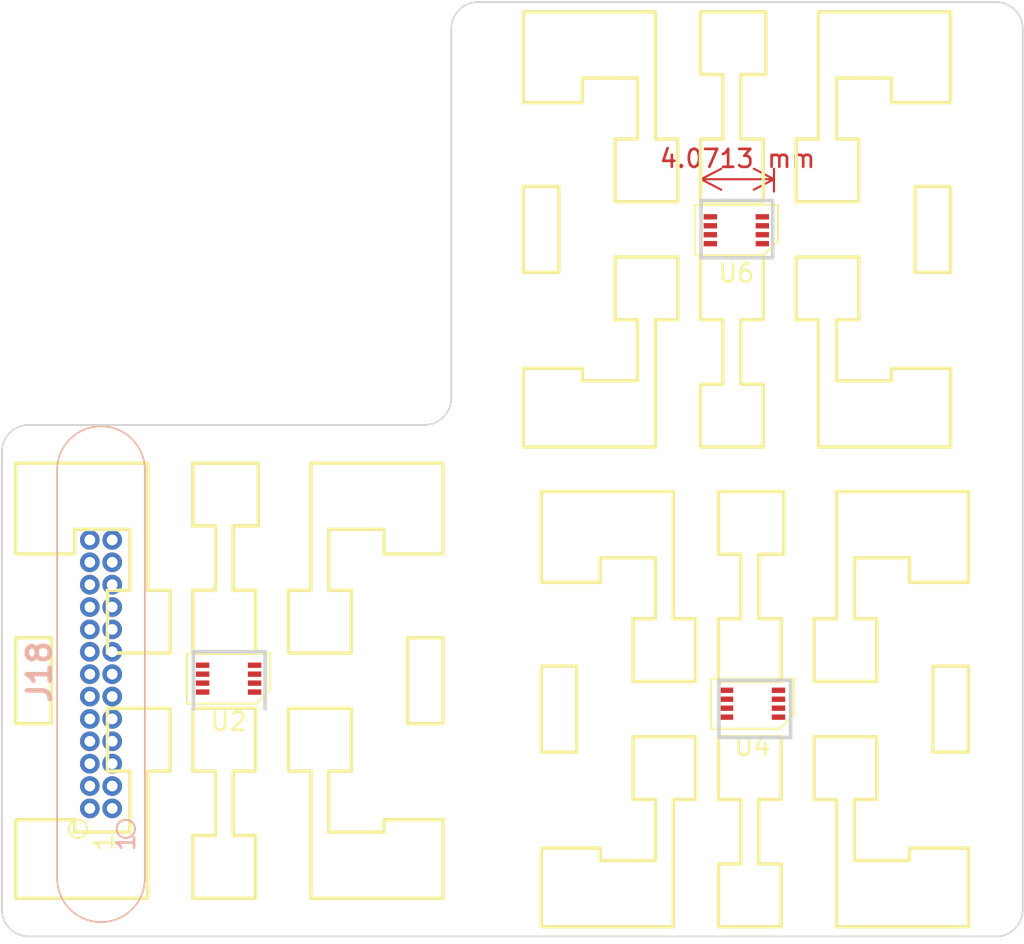
<source format=kicad_pcb>
(kicad_pcb (version 20211014) (generator pcbnew)
  (layers (0 "F.Cu" signal) (31 "B.Cu" signal) (34 "B.Paste" user) (35 "F.Paste" user) (36 "B.SilkS" user "B.Silkscreen") (37 "F.SilkS" user "F.Silkscreen") (38 "B.Mask" user) (39 "F.Mask" user) (44 "Edge.Cuts" user))
  (net 0 "")
  (net 1 "GND")
  (net 2 "1")
  (net 3 "2")
  (net 4 "3")
  (net 5 "4")
  (net 6 "5")
  (net 7 "6")
  (net 8 "7")
  (net 9 "8")
  (net 10 "9")
  (net 11 "10")
  (net 12 "11")
  (net 13 "12")
  (net 14 "13")
  (net 15 "14")
  (net 16 "15")
  (net 17 "16")
  (net 18 "17")
  (net 19 "18")
  (net 20 "SDA")
  (net 21 "SCL")
  (net 23 "VCC")
  (footprint "HABFootprint:MCP9804" (layer "F.Cu") (at 106.5 68.35 90)
    (fp_text reference "U4" (at -2.4 0) (layer "F.SilkS"))
    (fp_text value "MCP9804")
    (fp_line (start -1.4 -2.325) (end 1.4 -2.325) (layer "F.SilkS") (width 0.12))
    (fp_line (start -1.4 1.525) (end -1.4 -2.325) (layer "F.SilkS") (width 0.12))
    (fp_line (start 1.4 2.325) (end -0.6 2.325) (layer "F.SilkS") (width 0.12))
    (fp_line (start 1.4 -2.325) (end 1.4 2.325) (layer "F.SilkS") (width 0.12))
    (fp_line (start -0.6 2.325) (end -1.4 1.525) (layer "F.SilkS") (width 0.12))
    (pad "1" smd rect (at -0.75 1.45 90) (size 0.3 0.75) (layers "F.Cu" "F.Paste" "F.Mask") (net 20 "SDA"))
    (pad "2" smd rect (at -0.25 1.45 90) (size 0.3 0.75) (layers "F.Cu" "F.Paste" "F.Mask") (net 21 "SCL"))
    (pad "3" smd rect (at 0.25 1.45 90) (size 0.3 0.75) (layers "F.Cu" "F.Paste" "F.Mask"))
    (pad "4" smd rect (at 0.75 1.45 90) (size 0.3 0.75) (layers "F.Cu" "F.Paste" "F.Mask") (net 1 "GND"))
    (pad "5" smd rect (at 0.75 -1.45 90) (size 0.3 0.75) (layers "F.Cu" "F.Paste" "F.Mask") (net 1 "GND"))
    (pad "6" smd rect (at 0.25 -1.45 90) (size 0.3 0.75) (layers "F.Cu" "F.Paste" "F.Mask") (net 23 "VCC"))
    (pad "7" smd rect (at -0.25 -1.45 90) (size 0.3 0.75) (layers "F.Cu" "F.Paste" "F.Mask") (net 1 "GND"))
    (pad "8" smd rect (at -0.75 -1.45 90) (size 0.3 0.75) (layers "F.Cu" "F.Paste" "F.Mask") (net 23 "VCC"))
  )
  (footprint "HABFootprint:BOTTOM-G125-MV12605M1R" (layer "F.Cu") (at 70.75 74.2 90)
    (fp_text reference "J18" (at 7.62 -4.064 90) (layer "B.SilkS") (effects (font (size 1.27 1.27) (thickness 0.254))))
    (fp_text value "G125-MV12605M1R" hide)
    (fp_text user "1" (at -1.905 0.762 90 unlocked) (layer "B.SilkS"))
    (fp_text user "1" (at -1.905 -0.45 90 unlocked) (layer "F.SilkS"))
    (fp_line (start 18.9 1.825) (end -3.9 1.825) (layer "B.SilkS") (width 0.1))
    (fp_line (start -3.9 -3.075) (end 18.9 -3.075) (layer "B.SilkS") (width 0.1))
    (fp_arc (start 18.9 -3.075) (mid 21.35 -0.625) (end 18.9 1.825) (layer "B.SilkS") (width 0.1))
    (fp_arc (start -3.9 1.825) (mid -6.35 -0.625) (end -3.9 -3.075) (layer "B.SilkS") (width 0.1))
    (fp_circle (center -1.143 0.762) (end -0.635 0.762) (layer "B.SilkS") (width 0.12) (fill none))
    (fp_circle (center -1.143 -1.905) (end -0.635 -1.905) (layer "F.SilkS") (width 0.12) (fill none))
    (pad "1" thru_hole circle (at 0 -1.25 90) (size 1.1 1.1) (drill 0.6) (layers *.Cu *.Mask) (net 2 "1"))
    (pad "2" thru_hole circle (at 1.25 -1.25 90) (size 1.1 1.1) (drill 0.6) (layers *.Cu *.Mask) (net 3 "2"))
    (pad "3" thru_hole circle (at 2.5 -1.25 90) (size 1.1 1.1) (drill 0.6) (layers *.Cu *.Mask) (net 4 "3"))
    (pad "4" thru_hole circle (at 3.75 -1.25 90) (size 1.1 1.1) (drill 0.6) (layers *.Cu *.Mask) (net 5 "4"))
    (pad "5" thru_hole circle (at 5 -1.25 90) (size 1.1 1.1) (drill 0.6) (layers *.Cu *.Mask) (net 6 "5"))
    (pad "6" thru_hole circle (at 6.25 -1.25 90) (size 1.1 1.1) (drill 0.6) (layers *.Cu *.Mask) (net 7 "6"))
    (pad "7" thru_hole circle (at 7.5 -1.25 90) (size 1.1 1.1) (drill 0.6) (layers *.Cu *.Mask) (net 8 "7"))
    (pad "8" thru_hole circle (at 8.75 -1.25 90) (size 1.1 1.1) (drill 0.6) (layers *.Cu *.Mask) (net 9 "8"))
    (pad "9" thru_hole circle (at 10 -1.25 90) (size 1.1 1.1) (drill 0.6) (layers *.Cu *.Mask) (net 10 "9"))
    (pad "10" thru_hole circle (at 11.25 -1.25 90) (size 1.1 1.1) (drill 0.6) (layers *.Cu *.Mask) (net 11 "10"))
    (pad "11" thru_hole circle (at 12.5 -1.25 90) (size 1.1 1.1) (drill 0.6) (layers *.Cu *.Mask) (net 12 "11"))
    (pad "12" thru_hole circle (at 13.75 -1.25 90) (size 1.1 1.1) (drill 0.6) (layers *.Cu *.Mask) (net 13 "12"))
    (pad "13" thru_hole circle (at 15 -1.25 90) (size 1.1 1.1) (drill 0.6) (layers *.Cu *.Mask) (net 14 "13"))
    (pad "14" thru_hole circle (at 0 0 90) (size 1.1 1.1) (drill 0.6) (layers *.Cu *.Mask) (net 15 "14"))
    (pad "15" thru_hole circle (at 1.25 0 90) (size 1.1 1.1) (drill 0.6) (layers *.Cu *.Mask) (net 16 "15"))
    (pad "16" thru_hole circle (at 2.5 0 90) (size 1.1 1.1) (drill 0.6) (layers *.Cu *.Mask) (net 17 "16"))
    (pad "17" thru_hole circle (at 3.75 0 90) (size 1.1 1.1) (drill 0.6) (layers *.Cu *.Mask) (net 18 "17"))
    (pad "18" thru_hole circle (at 5 0 90) (size 1.1 1.1) (drill 0.6) (layers *.Cu *.Mask) (net 19 "18"))
    (pad "19" thru_hole circle (at 6.25 0 90) (size 1.1 1.1) (drill 0.6) (layers *.Cu *.Mask))
    (pad "20" thru_hole circle (at 7.5 0 90) (size 1.1 1.1) (drill 0.6) (layers *.Cu *.Mask))
    (pad "21" thru_hole circle (at 8.75 0 90) (size 1.1 1.1) (drill 0.6) (layers *.Cu *.Mask))
    (pad "22" thru_hole circle (at 10 0 90) (size 1.1 1.1) (drill 0.6) (layers *.Cu *.Mask))
    (pad "23" thru_hole circle (at 11.25 0 90) (size 1.1 1.1) (drill 0.6) (layers *.Cu *.Mask) (net 20 "SDA"))
    (pad "24" thru_hole circle (at 12.5 0 90) (size 1.1 1.1) (drill 0.6) (layers *.Cu *.Mask) (net 21 "SCL"))
    (pad "25" thru_hole circle (at 13.75 0 90) (size 1.1 1.1) (drill 0.6) (layers *.Cu *.Mask) (net 23 "VCC"))
    (pad "26" thru_hole circle (at 15 0 90) (size 1.1 1.1) (drill 0.6) (layers *.Cu *.Mask) (net 1 "GND"))
  )
  (footprint "HABFootprint:MCP9804" (layer "F.Cu") (at 105.6 41.9 90)
    (fp_text reference "U6" (at -2.4 0) (layer "F.SilkS"))
    (fp_text value "MCP9804")
    (fp_line (start 1.4 2.325) (end -0.6 2.325) (layer "F.SilkS") (width 0.12))
    (fp_line (start -0.6 2.325) (end -1.4 1.525) (layer "F.SilkS") (width 0.12))
    (fp_line (start 1.4 -2.325) (end 1.4 2.325) (layer "F.SilkS") (width 0.12))
    (fp_line (start -1.4 -2.325) (end 1.4 -2.325) (layer "F.SilkS") (width 0.12))
    (fp_line (start -1.4 1.525) (end -1.4 -2.325) (layer "F.SilkS") (width 0.12))
    (pad "1" smd rect (at -0.75 1.45 90) (size 0.3 0.75) (layers "F.Cu" "F.Paste" "F.Mask") (net 20 "SDA"))
    (pad "2" smd rect (at -0.25 1.45 90) (size 0.3 0.75) (layers "F.Cu" "F.Paste" "F.Mask") (net 21 "SCL"))
    (pad "3" smd rect (at 0.25 1.45 90) (size 0.3 0.75) (layers "F.Cu" "F.Paste" "F.Mask"))
    (pad "4" smd rect (at 0.75 1.45 90) (size 0.3 0.75) (layers "F.Cu" "F.Paste" "F.Mask") (net 1 "GND"))
    (pad "5" smd rect (at 0.75 -1.45 90) (size 0.3 0.75) (layers "F.Cu" "F.Paste" "F.Mask") (net 23 "VCC"))
    (pad "6" smd rect (at 0.25 -1.45 90) (size 0.3 0.75) (layers "F.Cu" "F.Paste" "F.Mask") (net 1 "GND"))
    (pad "7" smd rect (at -0.25 -1.45 90) (size 0.3 0.75) (layers "F.Cu" "F.Paste" "F.Mask") (net 1 "GND"))
    (pad "8" smd rect (at -0.75 -1.45 90) (size 0.3 0.75) (layers "F.Cu" "F.Paste" "F.Mask") (net 23 "VCC"))
  )
  (footprint "HABFootprint:MCP9804" (layer "F.Cu") (at 77.25 66.95 90)
    (fp_text reference "U2" (at -2.4 0) (layer "F.SilkS"))
    (fp_text value "MCP9804")
    (fp_line (start -1.4 -2.325) (end 1.4 -2.325) (layer "F.SilkS") (width 0.12))
    (fp_line (start -0.6 2.325) (end -1.4 1.525) (layer "F.SilkS") (width 0.12))
    (fp_line (start 1.4 -2.325) (end 1.4 2.325) (layer "F.SilkS") (width 0.12))
    (fp_line (start 1.4 2.325) (end -0.6 2.325) (layer "F.SilkS") (width 0.12))
    (fp_line (start -1.4 1.525) (end -1.4 -2.325) (layer "F.SilkS") (width 0.12))
    (pad "1" smd rect (at -0.75 1.45 90) (size 0.3 0.75) (layers "F.Cu" "F.Paste" "F.Mask") (net 20 "SDA"))
    (pad "2" smd rect (at -0.25 1.45 90) (size 0.3 0.75) (layers "F.Cu" "F.Paste" "F.Mask") (net 21 "SCL"))
    (pad "3" smd rect (at 0.25 1.45 90) (size 0.3 0.75) (layers "F.Cu" "F.Paste" "F.Mask"))
    (pad "4" smd rect (at 0.75 1.45 90) (size 0.3 0.75) (layers "F.Cu" "F.Paste" "F.Mask") (net 1 "GND"))
    (pad "5" smd rect (at 0.75 -1.45 90) (size 0.3 0.75) (layers "F.Cu" "F.Paste" "F.Mask") (net 1 "GND"))
    (pad "6" smd rect (at 0.25 -1.45 90) (size 0.3 0.75) (layers "F.Cu" "F.Paste" "F.Mask") (net 1 "GND"))
    (pad "7" smd rect (at -0.25 -1.45 90) (size 0.3 0.75) (layers "F.Cu" "F.Paste" "F.Mask") (net 23 "VCC"))
    (pad "8" smd rect (at -0.75 -1.45 90) (size 0.3 0.75) (layers "F.Cu" "F.Paste" "F.Mask") (net 23 "VCC"))
  )
  (gr_line (start 75.25625 62.015042) (end 76.50625 62.015042) (layer "F.SilkS") (width 0.2))
  (gr_line (start 104.6 70.1975) (end 108.1 70.1975) (layer "F.SilkS") (width 0.2))
  (gr_line (start 106.85 60.0025) (end 106.85 63.6025) (layer "F.SilkS") (width 0.2))
  (gr_line (start 112.19 73.7025) (end 112.19 77.1075) (layer "F.SilkS") (width 0.2))
  (gr_line (start 104.85 36.8025) (end 104.85 33.2025) (layer "F.SilkS") (width 0.2))
  (gr_line (start 105.85 77.3025) (end 105.85 73.7025) (layer "F.SilkS") (width 0.2))
  (gr_line (start 65.36625 64.665042) (end 67.34625 64.665042) (layer "F.SilkS") (width 0.2))
  (gr_line (start 101.08 77.1075) (end 101.08 73.7025) (layer "F.SilkS") (width 0.2))
  (gr_line (start 118.56 61.5675) (end 115.27 61.5675) (layer "F.SilkS") (width 0.2))
  (gr_line (start 108.25 60.0025) (end 106.85 60.0025) (layer "F.SilkS") (width 0.2))
  (gr_line (start 109.94 67.1075) (end 109.94 63.6025) (layer "F.SilkS") (width 0.2))
  (gr_line (start 81.84625 79.220042) (end 81.84625 72.115042) (layer "F.SilkS") (width 0.2))
  (gr_line (start 89.21625 79.220042) (end 81.84625 79.220042) (layer "F.SilkS") (width 0.2))
  (gr_line (start 115.27 76.4175) (end 118.56 76.4175) (layer "F.SilkS") (width 0.2))
  (gr_line (start 102.08 80.8075) (end 94.71 80.8075) (layer "F.SilkS") (width 0.2))
  (gr_line (start 104.6 77.3025) (end 105.85 77.3025) (layer "F.SilkS") (width 0.2))
  (gr_line (start 103.6 36.8025) (end 104.85 36.8025) (layer "F.SilkS") (width 0.2))
  (gr_line (start 104.85 50.5025) (end 104.85 46.9025) (layer "F.SilkS") (width 0.2))
  (gr_line (start 76.50625 58.415042) (end 75.25625 58.415042) (layer "F.SilkS") (width 0.2))
  (gr_line (start 78.75625 62.015042) (end 78.75625 65.520042) (layer "F.SilkS") (width 0.2))
  (gr_line (start 109.94 70.1975) (end 113.44 70.1975) (layer "F.SilkS") (width 0.2))
  (gr_line (start 118.56 80.8075) (end 111.19 80.8075) (layer "F.SilkS") (width 0.2))
  (gr_line (start 72.73625 72.115042) (end 72.73625 79.220042) (layer "F.SilkS") (width 0.2))
  (gr_line (start 99.83 70.1975) (end 103.33 70.1975) (layer "F.SilkS") (width 0.2))
  (gr_line (start 97 34.7675) (end 93.71 34.7675) (layer "F.SilkS") (width 0.2))
  (gr_line (start 105.85 50.5025) (end 107.1 50.5025) (layer "F.SilkS") (width 0.2))
  (gr_line (start 116.58 66.2525) (end 118.56 66.2525) (layer "F.SilkS") (width 0.2))
  (gr_line (start 101.08 46.9025) (end 101.08 54.0075) (layer "F.SilkS") (width 0.2))
  (gr_line (start 84.09625 68.610042) (end 84.09625 72.115042) (layer "F.SilkS") (width 0.2))
  (gr_line (start 65.36625 69.465042) (end 65.36625 64.665042) (layer "F.SilkS") (width 0.2))
  (gr_line (start 71.73625 72.115042) (end 70.48625 72.115042) (layer "F.SilkS") (width 0.2))
  (gr_line (start 115.58 39.4525) (end 117.56 39.4525) (layer "F.SilkS") (width 0.2))
  (gr_line (start 73.98625 68.610042) (end 73.98625 72.115042) (layer "F.SilkS") (width 0.2))
  (gr_line (start 82.84625 58.610042) (end 82.84625 62.015042) (layer "F.SilkS") (width 0.2))
  (gr_line (start 85.92625 59.980042) (end 85.92625 58.610042) (layer "F.SilkS") (width 0.2))
  (gr_line (start 107.1 43.3975) (end 107.1 46.9025) (layer "F.SilkS") (width 0.2))
  (gr_line (start 77.50625 62.015042) (end 78.75625 62.015042) (layer "F.SilkS") (width 0.2))
  (gr_line (start 102.08 63.6025) (end 103.33 63.6025) (layer "F.SilkS") (width 0.2))
  (gr_line (start 75.25625 54.910042) (end 78.90625 54.910042) (layer "F.SilkS") (width 0.2))
  (gr_line (start 115.27 60.1975) (end 112.19 60.1975) (layer "F.SilkS") (width 0.2))
  (gr_line (start 108.1 67.1075) (end 104.6 67.1075) (layer "F.SilkS") (width 0.2))
  (gr_line (start 84.09625 65.520042) (end 80.59625 65.520042) (layer "F.SilkS") (width 0.2))
  (gr_line (start 78.75625 65.520042) (end 75.25625 65.520042) (layer "F.SilkS") (width 0.2))
  (gr_line (start 80.59625 72.115042) (end 80.59625 68.610042) (layer "F.SilkS") (width 0.2))
  (gr_line (start 93.71 44.2525) (end 93.71 39.4525) (layer "F.SilkS") (width 0.2))
  (gr_line (start 65.36625 79.220042) (end 65.36625 74.830042) (layer "F.SilkS") (width 0.2))
  (gr_line (start 87.23625 64.665042) (end 89.21625 64.665042) (layer "F.SilkS") (width 0.2))
  (gr_line (start 77.50625 62.015042) (end 78.75625 62.015042) (layer "F.SilkS") (width 0.2))
  (gr_line (start 101.08 29.6975) (end 101.08 36.8025) (layer "F.SilkS") (width 0.2))
  (gr_line (start 111.19 73.7025) (end 109.94 73.7025) (layer "F.SilkS") (width 0.2))
  (gr_line (start 96.69 71.0525) (end 94.71 71.0525) (layer "F.SilkS") (width 0.2))
  (gr_line (start 108.1 80.8075) (end 104.6 80.8075) (layer "F.SilkS") (width 0.2))
  (gr_line (start 105.85 73.7025) (end 104.6 73.7025) (layer "F.SilkS") (width 0.2))
  (gr_line (start 105.85 46.9025) (end 105.85 50.5025) (layer "F.SilkS") (width 0.2))
  (gr_line (start 103.33 73.7025) (end 102.08 73.7025) (layer "F.SilkS") (width 0.2))
  (gr_line (start 103.33 70.1975) (end 103.33 73.7025) (layer "F.SilkS") (width 0.2))
  (gr_line (start 110.19 54.0075) (end 110.19 46.9025) (layer "F.SilkS") (width 0.2))
  (gr_line (start 104.6 60.0025) (end 104.6 56.4975) (layer "F.SilkS") (width 0.2))
  (gr_line (start 84.09625 72.115042) (end 82.84625 72.115042) (layer "F.SilkS") (width 0.2))
  (gr_line (start 115.58 44.2525) (end 115.58 39.4525) (layer "F.SilkS") (width 0.2))
  (gr_line (start 93.71 34.7675) (end 93.71 29.6975) (layer "F.SilkS") (width 0.2))
  (gr_line (start 108.94 43.3975) (end 112.44 43.3975) (layer "F.SilkS") (width 0.2))
  (gr_line (start 108.94 46.9025) (end 108.94 43.3975) (layer "F.SilkS") (width 0.2))
  (gr_line (start 112.44 46.9025) (end 111.19 46.9025) (layer "F.SilkS") (width 0.2))
  (gr_line (start 78.75625 62.015042) (end 78.75625 65.520042) (layer "F.SilkS") (width 0.2))
  (gr_line (start 68.65625 75.520042) (end 71.73625 75.520042) (layer "F.SilkS") (width 0.2))
  (gr_line (start 78.75625 72.115042) (end 77.50625 72.115042) (layer "F.SilkS") (width 0.2))
  (gr_line (start 117.56 49.6175) (end 117.56 54.0075) (layer "F.SilkS") (width 0.2))
  (gr_line (start 78.90625 54.910042) (end 78.90625 58.415042) (layer "F.SilkS") (width 0.2))
  (gr_line (start 93.71 49.6175) (end 97 49.6175) (layer "F.SilkS") (width 0.2))
  (gr_line (start 68.65625 74.830042) (end 68.65625 75.520042) (layer "F.SilkS") (width 0.2))
  (gr_line (start 104.6 80.8075) (end 104.6 77.3025) (layer "F.SilkS") (width 0.2))
  (gr_line (start 94.71 76.4175) (end 98 76.4175) (layer "F.SilkS") (width 0.2))
  (gr_line (start 100.08 46.9025) (end 98.83 46.9025) (layer "F.SilkS") (width 0.2))
  (gr_line (start 99.83 73.7025) (end 99.83 70.1975) (layer "F.SilkS") (width 0.2))
  (gr_line (start 94.71 61.5675) (end 94.71 56.4975) (layer "F.SilkS") (width 0.2))
  (gr_line (start 85.92625 74.830042) (end 89.21625 74.830042) (layer "F.SilkS") (width 0.2))
  (gr_line (start 101.08 36.8025) (end 102.33 36.8025) (layer "F.SilkS") (width 0.2))
  (gr_line (start 78.75625 65.520042) (end 75.25625 65.520042) (layer "F.SilkS") (width 0.2))
  (gr_line (start 104.6 73.7025) (end 104.6 70.1975) (layer "F.SilkS") (width 0.2))
  (gr_line (start 77.50625 72.115042) (end 77.50625 75.715042) (layer "F.SilkS") (width 0.2))
  (gr_line (start 68.65625 58.610042) (end 68.65625 59.980042) (layer "F.SilkS") (width 0.2))
  (gr_line (start 78.90625 58.415042) (end 77.50625 58.415042) (layer "F.SilkS") (width 0.2))
  (gr_line (start 78.90625 58.415042) (end 77.50625 58.415042) (layer "F.SilkS") (width 0.2))
  (gr_line (start 65.36625 59.980042) (end 65.36625 54.910042) (layer "F.SilkS") (width 0.2))
  (gr_line (start 108.25 56.4975) (end 108.25 60.0025) (layer "F.SilkS") (width 0.2))
  (gr_line (start 95.69 44.2525) (end 93.71 44.2525) (layer "F.SilkS") (width 0.2))
  (gr_line (start 89.21625 54.910042) (end 89.21625 59.980042) (layer "F.SilkS") (width 0.2))
  (gr_line (start 73.98625 65.520042) (end 70.48625 65.520042) (layer "F.SilkS") (width 0.2))
  (gr_line (start 89.21625 59.980042) (end 85.92625 59.980042) (layer "F.SilkS") (width 0.2))
  (gr_line (start 111.19 80.8075) (end 111.19 73.7025) (layer "F.SilkS") (width 0.2))
  (gr_line (start 98 77.1075) (end 101.08 77.1075) (layer "F.SilkS") (width 0.2))
  (gr_line (start 70.48625 68.610042) (end 73.98625 68.610042) (layer "F.SilkS") (width 0.2))
  (gr_line (start 107.1 54.0075) (end 103.6 54.0075) (layer "F.SilkS") (width 0.2))
  (gr_line (start 85.92625 75.520042) (end 85.92625 74.830042) (layer "F.SilkS") (width 0.2))
  (gr_line (start 100.08 36.8025) (end 100.08 33.3975) (layer "F.SilkS") (width 0.2))
  (gr_line (start 107.1 36.8025) (end 107.1 40.3075) (layer "F.SilkS") (width 0.2))
  (gr_line (start 76.50625 72.115042) (end 75.25625 72.115042) (layer "F.SilkS") (width 0.2))
  (gr_line (start 104.85 46.9025) (end 103.6 46.9025) (layer "F.SilkS") (width 0.2))
  (gr_line (start 94.71 80.8075) (end 94.71 76.4175) (layer "F.SilkS") (width 0.2))
  (gr_line (start 82.84625 75.520042) (end 85.92625 75.520042) (layer "F.SilkS") (width 0.2))
  (gr_line (start 97 49.6175) (end 97 50.3075) (layer "F.SilkS") (width 0.2))
  (gr_line (start 80.59625 68.610042) (end 84.09625 68.610042) (layer "F.SilkS") (width 0.2))
  (gr_line (start 115.27 61.5675) (end 115.27 60.1975) (layer "F.SilkS") (width 0.2))
  (gr_line (start 77.50625 75.715042) (end 78.75625 75.715042) (layer "F.SilkS") (width 0.2))
  (gr_line (start 87.23625 69.465042) (end 87.23625 64.665042) (layer "F.SilkS") (width 0.2))
  (gr_line (start 75.25625 62.015042) (end 76.50625 62.015042) (layer "F.SilkS") (width 0.2))
  (gr_line (start 93.71 39.4525) (end 95.69 39.4525) (layer "F.SilkS") (width 0.2))
  (gr_line (start 107.25 29.6975) (end 107.25 33.2025) (layer "F.SilkS") (width 0.2))
  (gr_line (start 106.85 77.3025) (end 108.1 77.3025) (layer "F.SilkS") (width 0.2))
  (gr_line (start 98 61.5675) (end 94.71 61.5675) (layer "F.SilkS") (width 0.2))
  (gr_line (start 102.33 40.3075) (end 98.83 40.3075) (layer "F.SilkS") (width 0.2))
  (gr_line (start 75.25625 65.520042) (end 75.25625 62.015042) (layer "F.SilkS") (width 0.2))
  (gr_line (start 103.6 43.3975) (end 107.1 43.3975) (layer "F.SilkS") (width 0.2))
  (gr_line (start 116.58 71.0525) (end 116.58 66.2525) (layer "F.SilkS") (width 0.2))
  (gr_line (start 75.25625 72.115042) (end 75.25625 68.610042) (layer "F.SilkS") (width 0.2))
  (gr_line (start 111.19 50.3075) (end 114.27 50.3075) (layer "F.SilkS") (width 0.2))
  (gr_line (start 89.21625 69.465042) (end 87.23625 69.465042) (layer "F.SilkS") (width 0.2))
  (gr_line (start 114.27 50.3075) (end 114.27 49.6175) (layer "F.SilkS") (width 0.2))
  (gr_line (start 93.71 29.6975) (end 101.08 29.6975) (layer "F.SilkS") (width 0.2))
  (gr_line (start 112.19 63.6025) (end 113.44 63.6025) (layer "F.SilkS") (width 0.2))
  (gr_line (start 105.85 33.2025) (end 105.85 36.8025) (layer "F.SilkS") (width 0.2))
  (gr_line (start 73.98625 62.015042) (end 73.98625 65.520042) (layer "F.SilkS") (width 0.2))
  (gr_line (start 78.90625 54.910042) (end 78.90625 58.415042) (layer "F.SilkS") (width 0.2))
  (gr_line (start 78.75625 79.220042) (end 75.25625 79.220042) (layer "F.SilkS") (width 0.2))
  (gr_line (start 110.19 46.9025) (end 108.94 46.9025) (layer "F.SilkS") (width 0.2))
  (gr_line (start 103.6 46.9025) (end 103.6 43.3975) (layer "F.SilkS") (width 0.2))
  (gr_line (start 114.27 49.6175) (end 117.56 49.6175) (layer "F.SilkS") (width 0.2))
  (gr_line (start 73.98625 72.115042) (end 72.73625 72.115042) (layer "F.SilkS") (width 0.2))
  (gr_line (start 108.94 40.3075) (end 108.94 36.8025) (layer "F.SilkS") (width 0.2))
  (gr_line (start 80.59625 62.015042) (end 81.84625 62.015042) (layer "F.SilkS") (width 0.2))
  (gr_line (start 106.85 63.6025) (end 108.1 63.6025) (layer "F.SilkS") (width 0.2))
  (gr_line (start 102.33 36.8025) (end 102.33 40.3075) (layer "F.SilkS") (width 0.2))
  (gr_line (start 75.25625 79.220042) (end 75.25625 75.715042) (layer "F.SilkS") (width 0.2))
  (gr_line (start 118.56 76.4175) (end 118.56 80.8075) (layer "F.SilkS") (width 0.2))
  (gr_line (start 72.73625 62.015042) (end 73.98625 62.015042) (layer "F.SilkS") (width 0.2))
  (gr_line (start 110.19 29.6975) (end 117.56 29.6975) (layer "F.SilkS") (width 0.2))
  (gr_line (start 111.19 36.8025) (end 112.44 36.8025) (layer "F.SilkS") (width 0.2))
  (gr_line (start 107.25 33.2025) (end 105.85 33.2025) (layer "F.SilkS") (width 0.2))
  (gr_line (start 67.34625 69.465042) (end 65.36625 69.465042) (layer "F.SilkS") (width 0.2))
  (gr_line (start 85.92625 58.610042) (end 82.84625 58.610042) (layer "F.SilkS") (width 0.2))
  (gr_line (start 72.73625 54.910042) (end 72.73625 62.015042) (layer "F.SilkS") (width 0.2))
  (gr_line (start 76.50625 62.015042) (end 76.50625 58.415042) (layer "F.SilkS") (width 0.2))
  (gr_line (start 97 33.3975) (end 97 34.7675) (layer "F.SilkS") (width 0.2))
  (gr_line (start 76.50625 75.715042) (end 76.50625 72.115042) (layer "F.SilkS") (width 0.2))
  (gr_line (start 84.09625 62.015042) (end 84.09625 65.520042) (layer "F.SilkS") (width 0.2))
  (gr_line (start 105.85 60.0025) (end 104.6 60.0025) (layer "F.SilkS") (width 0.2))
  (gr_line (start 80.59625 65.520042) (end 80.59625 62.015042) (layer "F.SilkS") (width 0.2))
  (gr_line (start 72.73625 79.220042) (end 65.36625 79.220042) (layer "F.SilkS") (width 0.2))
  (gr_line (start 81.84625 54.910042) (end 89.21625 54.910042) (layer "F.SilkS") (width 0.2))
  (gr_line (start 77.50625 58.415042) (end 77.50625 62.015042) (layer "F.SilkS") (width 0.2))
  (gr_line (start 78.75625 75.715042) (end 78.75625 79.220042) (layer "F.SilkS") (width 0.2))
  (gr_line (start 97 50.3075) (end 100.08 50.3075) (layer "F.SilkS") (width 0.2))
  (gr_line (start 100.08 33.3975) (end 97 33.3975) (layer "F.SilkS") (width 0.2))
  (gr_line (start 107.1 50.5025) (end 107.1 54.0075) (layer "F.SilkS") (width 0.2))
  (gr_line (start 103.33 67.1075) (end 99.83 67.1075) (layer "F.SilkS") (width 0.2))
  (gr_line (start 78.75625 68.610042) (end 78.75625 72.115042) (layer "F.SilkS") (width 0.2))
  (gr_line (start 108.1 73.7025) (end 106.85 73.7025) (layer "F.SilkS") (width 0.2))
  (gr_line (start 112.19 77.1075) (end 115.27 77.1075) (layer "F.SilkS") (width 0.2))
  (gr_line (start 115.27 77.1075) (end 115.27 76.4175) (layer "F.SilkS") (width 0.2))
  (gr_line (start 71.73625 75.520042) (end 71.73625 72.115042) (layer "F.SilkS") (width 0.2))
  (gr_line (start 113.44 70.1975) (end 113.44 73.7025) (layer "F.SilkS") (width 0.2))
  (gr_line (start 114.27 34.7675) (end 114.27 33.3975) (layer "F.SilkS") (width 0.2))
  (gr_line (start 89.21625 64.665042) (end 89.21625 69.465042) (layer "F.SilkS") (width 0.2))
  (gr_line (start 103.33 63.6025) (end 103.33 67.1075) (layer "F.SilkS") (width 0.2))
  (gr_line (start 109.94 73.7025) (end 109.94 70.1975) (layer "F.SilkS") (width 0.2))
  (gr_line (start 98 60.1975) (end 98 61.5675) (layer "F.SilkS") (width 0.2))
  (gr_line (start 77.50625 58.415042) (end 77.50625 62.015042) (layer "F.SilkS") (width 0.2))
  (gr_line (start 118.56 66.2525) (end 118.56 71.0525) (layer "F.SilkS") (width 0.2))
  (gr_line (start 65.36625 54.910042) (end 72.73625 54.910042) (layer "F.SilkS") (width 0.2))
  (gr_line (start 108.1 63.6025) (end 108.1 67.1075) (layer "F.SilkS") (width 0.2))
  (gr_line (start 75.25625 75.715042) (end 76.50625 75.715042) (layer "F.SilkS") (width 0.2))
  (gr_line (start 110.19 36.8025) (end 110.19 29.6975) (layer "F.SilkS") (width 0.2))
  (gr_line (start 70.48625 62.015042) (end 71.73625 62.015042) (layer "F.SilkS") (width 0.2))
  (gr_line (start 114.27 33.3975) (end 111.19 33.3975) (layer "F.SilkS") (width 0.2))
  (gr_line (start 75.25625 58.415042) (end 75.25625 54.910042) (layer "F.SilkS") (width 0.2))
  (gr_line (start 94.71 71.0525) (end 94.71 66.2525) (layer "F.SilkS") (width 0.2))
  (gr_line (start 95.69 39.4525) (end 95.69 44.2525) (layer "F.SilkS") (width 0.2))
  (gr_line (start 103.6 54.0075) (end 103.6 50.5025) (layer "F.SilkS") (width 0.2))
  (gr_line (start 93.71 54.0075) (end 93.71 49.6175) (layer "F.SilkS") (width 0.2))
  (gr_line (start 117.56 34.7675) (end 114.27 34.7675) (layer "F.SilkS") (width 0.2))
  (gr_line (start 112.44 40.3075) (end 108.94 40.3075) (layer "F.SilkS") (width 0.2))
  (gr_line (start 106.85 73.7025) (end 106.85 77.3025) (layer "F.SilkS") (width 0.2))
  (gr_line (start 117.56 54.0075) (end 110.19 54.0075) (layer "F.SilkS") (width 0.2))
  (gr_line (start 109.94 63.6025) (end 111.19 63.6025) (layer "F.SilkS") (width 0.2))
  (gr_line (start 100.08 50.3075) (end 100.08 46.9025) (layer "F.SilkS") (width 0.2))
  (gr_line (start 111.19 33.3975) (end 111.19 36.8025) (layer "F.SilkS") (width 0.2))
  (gr_line (start 94.71 66.2525) (end 96.69 66.2525) (layer "F.SilkS") (width 0.2))
  (gr_line (start 65.36625 74.830042) (end 68.65625 74.830042) (layer "F.SilkS") (width 0.2))
  (gr_line (start 94.71 56.4975) (end 102.08 56.4975) (layer "F.SilkS") (width 0.2))
  (gr_line (start 76.50625 58.415042) (end 75.25625 58.415042) (layer "F.SilkS") (width 0.2))
  (gr_line (start 70.48625 72.115042) (end 70.48625 68.610042) (layer "F.SilkS") (width 0.2))
  (gr_line (start 111.19 56.4975) (end 118.56 56.4975) (layer "F.SilkS") (width 0.2))
  (gr_line (start 101.08 54.0075) (end 93.71 54.0075) (layer "F.SilkS") (width 0.2))
  (gr_line (start 67.34625 64.665042) (end 67.34625 69.465042) (layer "F.SilkS") (width 0.2))
  (gr_line (start 98 76.4175) (end 98 77.1075) (layer "F.SilkS") (width 0.2))
  (gr_line (start 75.25625 58.415042) (end 75.25625 54.910042) (layer "F.SilkS") (width 0.2))
  (gr_line (start 81.84625 72.115042) (end 80.59625 72.115042) (layer "F.SilkS") (width 0.2))
  (gr_line (start 67.34625 69.465042) (end 67.34625 64.665042) (layer "F.SilkS") (width 0.2))
  (gr_line (start 102.08 73.7025) (end 102.08 80.8075) (layer "F.SilkS") (width 0.2))
  (gr_line (start 113.44 67.1075) (end 109.94 67.1075) (layer "F.SilkS") (width 0.2))
  (gr_line (start 76.50625 62.015042) (end 76.50625 58.415042) (layer "F.SilkS") (width 0.2))
  (gr_line (start 112.19 60.1975) (end 112.19 63.6025) (layer "F.SilkS") (width 0.2))
  (gr_line (start 113.44 63.6025) (end 113.44 67.1075) (layer "F.SilkS") (width 0.2))
  (gr_line (start 113.44 73.7025) (end 112.19 73.7025) (layer "F.SilkS") (width 0.2))
  (gr_line (start 68.65625 59.980042) (end 65.36625 59.980042) (layer "F.SilkS") (width 0.2))
  (gr_line (start 98.83 40.3075) (end 98.83 36.8025) (layer "F.SilkS") (width 0.2))
  (gr_line (start 108.1 70.1975) (end 108.1 73.7025) (layer "F.SilkS") (width 0.2))
  (gr_line (start 105.85 36.8025) (end 107.1 36.8025) (layer "F.SilkS") (width 0.2))
  (gr_line (start 117.56 44.2525) (end 115.58 44.2525) (layer "F.SilkS") (width 0.2))
  (gr_line (start 101.08 60.1975) (end 98 60.1975) (layer "F.SilkS") (width 0.2))
  (gr_line (start 112.44 36.8025) (end 112.44 40.3075) (layer "F.SilkS") (width 0.2))
  (gr_line (start 103.6 50.5025) (end 104.85 50.5025) (layer "F.SilkS") (width 0.2))
  (gr_line (start 81.84625 62.015042) (end 81.84625 54.910042) (layer "F.SilkS") (width 0.2))
  (gr_line (start 75.25625 65.520042) (end 75.25625 62.015042) (layer "F.SilkS") (width 0.2))
  (gr_line (start 111.19 46.9025) (end 111.19 50.3075) (layer "F.SilkS") (width 0.2))
  (gr_line (start 108.94 36.8025) (end 110.19 36.8025) (layer "F.SilkS") (width 0.2))
  (gr_line (start 101.08 63.6025) (end 101.08 60.1975) (layer "F.SilkS") (width 0.2))
  (gr_line (start 118.56 71.0525) (end 116.58 71.0525) (layer "F.SilkS") (width 0.2))
  (gr_line (start 99.83 63.6025) (end 101.08 63.6025) (layer "F.SilkS") (width 0.2))
  (gr_line (start 104.6 63.6025) (end 105.85 63.6025) (layer "F.SilkS") (width 0.2))
  (gr_line (start 102.08 56.4975) (end 102.08 63.6025) (layer "F.SilkS") (width 0.2))
  (gr_line (start 71.73625 62.015042) (end 71.73625 58.610042) (layer "F.SilkS") (width 0.2))
  (gr_line (start 82.84625 62.015042) (end 84.09625 62.015042) (layer "F.SilkS") (width 0.2))
  (gr_line (start 98.83 46.9025) (end 98.83 43.3975) (layer "F.SilkS") (width 0.2))
  (gr_line (start 82.84625 72.115042) (end 82.84625 75.520042) (layer "F.SilkS") (width 0.2))
  (gr_line (start 118.56 56.4975) (end 118.56 61.5675) (layer "F.SilkS") (width 0.2))
  (gr_line (start 75.25625 68.610042) (end 78.75625 68.610042) (layer "F.SilkS") (width 0.2))
  (gr_line (start 103.6 40.3075) (end 103.6 36.8025) (layer "F.SilkS") (width 0.2))
  (gr_line (start 98.83 43.3975) (end 102.33 43.3975) (layer "F.SilkS") (width 0.2))
  (gr_line (start 98.83 36.8025) (end 100.08 36.8025) (layer "F.SilkS") (width 0.2))
  (gr_line (start 104.6 56.4975) (end 108.25 56.4975) (layer "F.SilkS") (width 0.2))
  (gr_line (start 71.73625 58.610042) (end 68.65625 58.610042) (layer "F.SilkS") (width 0.2))
  (gr_line (start 107.1 46.9025) (end 105.85 46.9025) (layer "F.SilkS") (width 0.2))
  (gr_line (start 99.83 67.1075) (end 99.83 63.6025) (layer "F.SilkS") (width 0.2))
  (gr_line (start 103.6 29.6975) (end 107.25 29.6975) (layer "F.SilkS") (width 0.2))
  (gr_line (start 102.33 46.9025) (end 101.08 46.9025) (layer "F.SilkS") (width 0.2))
  (gr_line (start 117.56 39.4525) (end 117.56 44.2525) (layer "F.SilkS") (width 0.2))
  (gr_line (start 103.6 33.2025) (end 103.6 29.6975) (layer "F.SilkS") (width 0.2))
  (gr_line (start 107.1 40.3075) (end 103.6 40.3075) (layer "F.SilkS") (width 0.2))
  (gr_line (start 96.69 66.2525) (end 96.69 71.0525) (layer "F.SilkS") (width 0.2))
  (gr_line (start 102.33 43.3975) (end 102.33 46.9025) (layer "F.SilkS") (width 0.2))
  (gr_line (start 89.21625 74.830042) (end 89.21625 79.220042) (layer "F.SilkS") (width 0.2))
  (gr_line (start 112.44 43.3975) (end 112.44 46.9025) (layer "F.SilkS") (width 0.2))
  (gr_line (start 111.19 63.6025) (end 111.19 56.4975) (layer "F.SilkS") (width 0.2))
  (gr_line (start 117.56 29.6975) (end 117.56 34.7675) (layer "F.SilkS") (width 0.2))
  (gr_line (start 108.1 77.3025) (end 108.1 80.8075) (layer "F.SilkS") (width 0.2))
  (gr_line (start 75.25625 54.910042) (end 78.90625 54.910042) (layer "F.SilkS") (width 0.2))
  (gr_line (start 104.6 67.1075) (end 104.6 63.6025) (layer "F.SilkS") (width 0.2))
  (gr_line (start 105.85 63.6025) (end 105.85 60.0025) (layer "F.SilkS") (width 0.2))
  (gr_line (start 70.48625 65.520042) (end 70.48625 62.015042) (layer "F.SilkS") (width 0.2))
  (gr_line (start 104.85 33.2025) (end 103.6 33.2025) (layer "F.SilkS") (width 0.2))
  (gr_line (start 101.08 73.7025) (end 99.83 73.7025) (layer "F.SilkS") (width 0.2))
  (gr_line (start 104.62875 70.237458) (end 104.62875 67.037458) (layer "Edge.Cuts") (width 0.2))
  (gr_line (start 103.62875 40.237458) (end 107.62875 40.237458) (layer "Edge.Cuts") (width 0.2))
  (gr_line (start 108.62875 70.237458) (end 104.62875 70.237458) (layer "Edge.Cuts") (width 0.2))
  (gr_line (start 107.62875 43.437458) (end 103.62875 43.437458) (layer "Edge.Cuts") (width 0.2))
  (gr_line (start 104.62875 67.037458) (end 108.62875 67.037458) (layer "Edge.Cuts") (width 0.2))
  (gr_poly (pts (arc (start 120.09125 81.3525) (mid 121.15191 80.91316) (end 121.59125 79.8525)) (arc (start 121.59125 30.6525) (mid 121.15191 29.59184) (end 120.09125 29.1525)) (arc (start 91.17875 29.1525) (mid 90.11809 29.59184) (end 89.67875 30.6525)) (arc (start 89.67875 51.277584) (mid 89.23941 52.338244) (end 88.17875 52.777584)) (arc (start 66.09125 52.777584) (mid 65.03059 53.216924) (end 64.59125 54.277584)) (arc (start 64.59125 79.8525) (mid 65.03059 80.91316) (end 66.09125 81.3525))) (layer "Edge.Cuts") (width 0.1) (fill none))
  (gr_line (start 107.62875 40.237458) (end 107.62875 43.437458) (layer "Edge.Cuts") (width 0.2))
  (gr_line (start 103.62875 43.437458) (end 103.62875 40.237458) (layer "Edge.Cuts") (width 0.2))
  (gr_line (start 79.285 65.45) (end 75.285 65.45) (layer "Edge.Cuts") (width 0.2))
  (gr_line (start 75.285 65.45) (end 75.285 68.65) (layer "Edge.Cuts") (width 0.2))
  (gr_line (start 79.285 68.65) (end 79.285 65.45) (layer "Edge.Cuts") (width 0.2))
  (gr_line (start 108.62875 67.037458) (end 108.62875 70.237458) (layer "Edge.Cuts") (width 0.2))
  (dimension (type aligned) (layer "F.Cu") (pts (xy 107.7 40.237458) (xy 103.62875 40.237458)) (height 1.187457) (gr_text "4.0713 mm" (at 105.664375 37.900001) (layer "F.Cu") (effects (font (size 1 1) (thickness 0.15)))) (format (units 3) (units_format 1) (precision 4)) (style (thickness 0.12) (arrow_length 1.27) (text_position_mode 0) (extension_height 0.58642) (extension_offset 0.5) keep_text_aligned))
)
</source>
